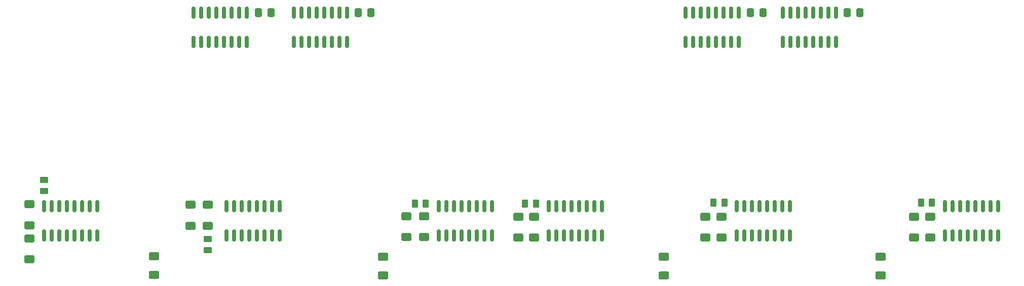
<source format=gbr>
%TF.GenerationSoftware,KiCad,Pcbnew,9.0.0*%
%TF.CreationDate,2025-03-11T11:24:57+01:00*%
%TF.ProjectId,CNIX V2 Tube Board,434e4958-2056-4322-9054-75626520426f,rev?*%
%TF.SameCoordinates,Original*%
%TF.FileFunction,Paste,Bot*%
%TF.FilePolarity,Positive*%
%FSLAX46Y46*%
G04 Gerber Fmt 4.6, Leading zero omitted, Abs format (unit mm)*
G04 Created by KiCad (PCBNEW 9.0.0) date 2025-03-11 11:24:57*
%MOMM*%
%LPD*%
G01*
G04 APERTURE LIST*
G04 Aperture macros list*
%AMRoundRect*
0 Rectangle with rounded corners*
0 $1 Rounding radius*
0 $2 $3 $4 $5 $6 $7 $8 $9 X,Y pos of 4 corners*
0 Add a 4 corners polygon primitive as box body*
4,1,4,$2,$3,$4,$5,$6,$7,$8,$9,$2,$3,0*
0 Add four circle primitives for the rounded corners*
1,1,$1+$1,$2,$3*
1,1,$1+$1,$4,$5*
1,1,$1+$1,$6,$7*
1,1,$1+$1,$8,$9*
0 Add four rect primitives between the rounded corners*
20,1,$1+$1,$2,$3,$4,$5,0*
20,1,$1+$1,$4,$5,$6,$7,0*
20,1,$1+$1,$6,$7,$8,$9,0*
20,1,$1+$1,$8,$9,$2,$3,0*%
G04 Aperture macros list end*
%ADD10RoundRect,0.250000X0.600000X-0.400000X0.600000X0.400000X-0.600000X0.400000X-0.600000X-0.400000X0*%
%ADD11RoundRect,0.250000X-0.262500X-0.450000X0.262500X-0.450000X0.262500X0.450000X-0.262500X0.450000X0*%
%ADD12RoundRect,0.150000X0.150000X-0.825000X0.150000X0.825000X-0.150000X0.825000X-0.150000X-0.825000X0*%
%ADD13RoundRect,0.250000X-0.337500X-0.475000X0.337500X-0.475000X0.337500X0.475000X-0.337500X0.475000X0*%
%ADD14RoundRect,0.250000X-0.600000X0.400000X-0.600000X-0.400000X0.600000X-0.400000X0.600000X0.400000X0*%
%ADD15RoundRect,0.250000X0.625000X-0.400000X0.625000X0.400000X-0.625000X0.400000X-0.625000X-0.400000X0*%
%ADD16RoundRect,0.250000X-0.450000X0.262500X-0.450000X-0.262500X0.450000X-0.262500X0.450000X0.262500X0*%
%ADD17RoundRect,0.250000X0.450000X-0.262500X0.450000X0.262500X-0.450000X0.262500X-0.450000X-0.262500X0*%
G04 APERTURE END LIST*
D10*
%TO.C,D1*%
X97600000Y-115050000D03*
X97600000Y-111550000D03*
%TD*%
D11*
%TO.C,R2*%
X132187500Y-111300000D03*
X134012500Y-111300000D03*
%TD*%
D12*
%TO.C,U5*%
X229640000Y-116700000D03*
X228370000Y-116700000D03*
X227100000Y-116700000D03*
X225830000Y-116700000D03*
X224560000Y-116700000D03*
X223290000Y-116700000D03*
X222020000Y-116700000D03*
X220750000Y-116700000D03*
X220750000Y-111750000D03*
X222020000Y-111750000D03*
X223290000Y-111750000D03*
X224560000Y-111750000D03*
X225830000Y-111750000D03*
X227100000Y-111750000D03*
X228370000Y-111750000D03*
X229640000Y-111750000D03*
%TD*%
%TO.C,U3*%
X163445000Y-116675000D03*
X162175000Y-116675000D03*
X160905000Y-116675000D03*
X159635000Y-116675000D03*
X158365000Y-116675000D03*
X157095000Y-116675000D03*
X155825000Y-116675000D03*
X154555000Y-116675000D03*
X154555000Y-111725000D03*
X155825000Y-111725000D03*
X157095000Y-111725000D03*
X158365000Y-111725000D03*
X159635000Y-111725000D03*
X160905000Y-111725000D03*
X162175000Y-111725000D03*
X163445000Y-111725000D03*
%TD*%
D13*
%TO.C,C4*%
X188275000Y-79325000D03*
X190350000Y-79325000D03*
%TD*%
D14*
%TO.C,D13*%
X67800000Y-117150000D03*
X67800000Y-120650000D03*
%TD*%
%TO.C,D8*%
X183400000Y-113550000D03*
X183400000Y-117050000D03*
%TD*%
D10*
%TO.C,D5*%
X149500000Y-117050001D03*
X149500000Y-113550001D03*
%TD*%
D13*
%TO.C,C1*%
X106062500Y-79300000D03*
X108137500Y-79300000D03*
%TD*%
D12*
%TO.C,U6*%
X104145000Y-84275000D03*
X102875000Y-84275000D03*
X101605000Y-84275000D03*
X100335000Y-84275000D03*
X99065000Y-84275000D03*
X97795000Y-84275000D03*
X96525000Y-84275000D03*
X95255000Y-84275000D03*
X95255000Y-79325000D03*
X96525000Y-79325000D03*
X97795000Y-79325000D03*
X99065000Y-79325000D03*
X100335000Y-79325000D03*
X101605000Y-79325000D03*
X102875000Y-79325000D03*
X104145000Y-79325000D03*
%TD*%
%TO.C,U4*%
X194845000Y-116675000D03*
X193575000Y-116675000D03*
X192305000Y-116675000D03*
X191035000Y-116675000D03*
X189765000Y-116675000D03*
X188495000Y-116675000D03*
X187225000Y-116675000D03*
X185955000Y-116675000D03*
X185955000Y-111725000D03*
X187225000Y-111725000D03*
X188495000Y-111725000D03*
X189765000Y-111725000D03*
X191035000Y-111725000D03*
X192305000Y-111725000D03*
X193575000Y-111725000D03*
X194845000Y-111725000D03*
%TD*%
D11*
%TO.C,R3*%
X150587500Y-111300000D03*
X152412500Y-111300000D03*
%TD*%
D15*
%TO.C,R8*%
X173800000Y-123350001D03*
X173800000Y-120249999D03*
%TD*%
%TO.C,R7*%
X126900000Y-123350001D03*
X126900000Y-120249999D03*
%TD*%
D12*
%TO.C,U9*%
X202545000Y-84275000D03*
X201275000Y-84275000D03*
X200005000Y-84275000D03*
X198735000Y-84275000D03*
X197465000Y-84275000D03*
X196195000Y-84275000D03*
X194925000Y-84275000D03*
X193655000Y-84275000D03*
X193655000Y-79325000D03*
X194925000Y-79325000D03*
X196195000Y-79325000D03*
X197465000Y-79325000D03*
X198735000Y-79325000D03*
X200005000Y-79325000D03*
X201275000Y-79325000D03*
X202545000Y-79325000D03*
%TD*%
D13*
%TO.C,C3*%
X204462500Y-79300000D03*
X206537500Y-79300000D03*
%TD*%
D12*
%TO.C,U8*%
X186345000Y-84275000D03*
X185075000Y-84275000D03*
X183805000Y-84275000D03*
X182535000Y-84275000D03*
X181265000Y-84275000D03*
X179995000Y-84275000D03*
X178725000Y-84275000D03*
X177455000Y-84275000D03*
X177455000Y-79325000D03*
X178725000Y-79325000D03*
X179995000Y-79325000D03*
X181265000Y-79325000D03*
X182535000Y-79325000D03*
X183805000Y-79325000D03*
X185075000Y-79325000D03*
X186345000Y-79325000D03*
%TD*%
%TO.C,U7*%
X120845000Y-84275000D03*
X119575000Y-84275000D03*
X118305000Y-84275000D03*
X117035000Y-84275000D03*
X115765000Y-84275000D03*
X114495000Y-84275000D03*
X113225000Y-84275000D03*
X111955000Y-84275000D03*
X111955000Y-79325000D03*
X113225000Y-79325000D03*
X114495000Y-79325000D03*
X115765000Y-79325000D03*
X117035000Y-79325000D03*
X118305000Y-79325000D03*
X119575000Y-79325000D03*
X120845000Y-79325000D03*
%TD*%
D15*
%TO.C,R9*%
X210000000Y-123350001D03*
X210000000Y-120249999D03*
%TD*%
D11*
%TO.C,R4*%
X182087500Y-111200000D03*
X183912500Y-111200000D03*
%TD*%
D14*
%TO.C,D10*%
X218300000Y-113550000D03*
X218300000Y-117050000D03*
%TD*%
D13*
%TO.C,C2*%
X122762500Y-79300000D03*
X124837500Y-79300000D03*
%TD*%
D16*
%TO.C,R12*%
X70200000Y-107387500D03*
X70200000Y-109212500D03*
%TD*%
D17*
%TO.C,R1*%
X97600000Y-119112500D03*
X97600000Y-117287500D03*
%TD*%
D12*
%TO.C,U14*%
X79145000Y-116675000D03*
X77875000Y-116675000D03*
X76605000Y-116675000D03*
X75335000Y-116675000D03*
X74065000Y-116675000D03*
X72795000Y-116675000D03*
X71525000Y-116675000D03*
X70255000Y-116675000D03*
X70255000Y-111725000D03*
X71525000Y-111725000D03*
X72795000Y-111725000D03*
X74065000Y-111725000D03*
X75335000Y-111725000D03*
X76605000Y-111725000D03*
X77875000Y-111725000D03*
X79145000Y-111725000D03*
%TD*%
D14*
%TO.C,D14*%
X67800000Y-111450000D03*
X67800000Y-114950000D03*
%TD*%
D12*
%TO.C,U2*%
X145045000Y-116675000D03*
X143775000Y-116675000D03*
X142505000Y-116675000D03*
X141235000Y-116675000D03*
X139965000Y-116675000D03*
X138695000Y-116675000D03*
X137425000Y-116675000D03*
X136155000Y-116675000D03*
X136155000Y-111725000D03*
X137425000Y-111725000D03*
X138695000Y-111725000D03*
X139965000Y-111725000D03*
X141235000Y-111725000D03*
X142505000Y-111725000D03*
X143775000Y-111725000D03*
X145045000Y-111725000D03*
%TD*%
D14*
%TO.C,D2*%
X94700000Y-111550000D03*
X94700000Y-115050000D03*
%TD*%
%TO.C,D6*%
X152100000Y-113550000D03*
X152100000Y-117050000D03*
%TD*%
D10*
%TO.C,D3*%
X130800000Y-116950000D03*
X130800000Y-113450000D03*
%TD*%
%TO.C,D7*%
X180700000Y-117050000D03*
X180700000Y-113550000D03*
%TD*%
D12*
%TO.C,U1*%
X109645000Y-116675000D03*
X108375000Y-116675000D03*
X107105000Y-116675000D03*
X105835000Y-116675000D03*
X104565000Y-116675000D03*
X103295000Y-116675000D03*
X102025000Y-116675000D03*
X100755000Y-116675000D03*
X100755000Y-111725000D03*
X102025000Y-111725000D03*
X103295000Y-111725000D03*
X104565000Y-111725000D03*
X105835000Y-111725000D03*
X107105000Y-111725000D03*
X108375000Y-111725000D03*
X109645000Y-111725000D03*
%TD*%
D10*
%TO.C,D9*%
X215600000Y-117050000D03*
X215600000Y-113550000D03*
%TD*%
D11*
%TO.C,R5*%
X216787500Y-111200000D03*
X218612500Y-111200000D03*
%TD*%
D14*
%TO.C,D4*%
X133700000Y-113450000D03*
X133700000Y-116950000D03*
%TD*%
D15*
%TO.C,R6*%
X88600000Y-123250001D03*
X88600000Y-120149999D03*
%TD*%
M02*

</source>
